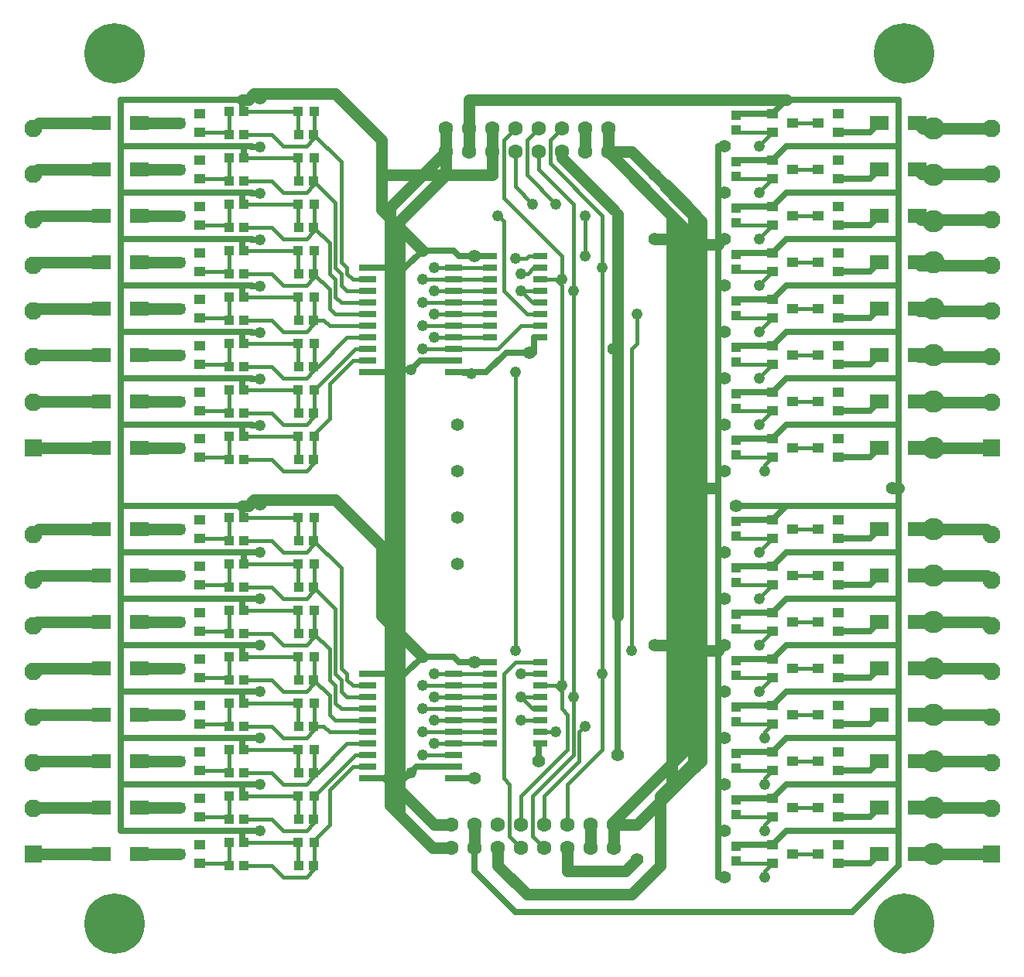
<source format=gbr>
G04 Easy-PC Gerber Version 25.0 Build 5877*
G04 #@! TF.Part,Single*
G04 #@! TF.FileFunction,Copper,L2,Bot*
G04 #@! TF.FilePolarity,Positive*
%FSLAX35Y35*%
%MOIN*%
G04 #@! TA.AperFunction,SMDPad,CuDef*
%ADD73R,0.04000X0.04400*%
G04 #@! TA.AperFunction,ComponentPad*
%ADD74R,0.07677X0.07677*%
G04 #@! TD.AperFunction*
%ADD23C,0.01500*%
%ADD25C,0.02500*%
G04 #@! TA.AperFunction,ViaPad*
%ADD24C,0.04800*%
G04 #@! TD.AperFunction*
%ADD26C,0.05000*%
G04 #@! TA.AperFunction,ComponentPad*
%ADD107C,0.05500*%
G04 #@! TA.AperFunction,ViaPad*
%ADD27C,0.05600*%
G04 #@! TD.AperFunction*
%ADD113C,0.06000*%
G04 #@! TA.AperFunction,ComponentPad*
%ADD76C,0.06319*%
G04 #@! TA.AperFunction,SMDPad,CuDef*
%ADD105R,0.06102X0.02756*%
%ADD88R,0.07677X0.02756*%
%ADD91R,0.04291X0.03937*%
%ADD89R,0.04400X0.04000*%
%ADD72R,0.04800X0.04000*%
G04 #@! TA.AperFunction,ComponentPad*
%ADD75C,0.07677*%
G04 #@! TA.AperFunction,SMDPad,CuDef*
%ADD90R,0.07874X0.06102*%
G04 #@! TA.AperFunction,WasherPad*
%ADD104C,0.09600*%
%ADD102C,0.26000*%
G04 #@! TD.AperFunction*
X0Y0D02*
D02*
D23*
X127050Y46250D02*
X138600D01*
X139600Y45250D01*
X127050Y66250D02*
X138600D01*
X139600Y65250D01*
X127050Y86250D02*
X138600D01*
X139600Y85250D01*
X127050Y106250D02*
X138600D01*
X139600Y105250D01*
X127050Y126250D02*
X138600D01*
X139600Y125250D01*
X127050Y146250D02*
X138600D01*
X139600Y145250D01*
X127050Y166250D02*
X138600D01*
X139600Y165250D01*
X127050Y186250D02*
X138600D01*
X139600Y185250D01*
X127050Y221250D02*
X138600D01*
X139600Y220250D01*
X127050Y241250D02*
X138600D01*
X139600Y240250D01*
X127050Y261250D02*
X138600D01*
X139600Y260250D01*
X127050Y281250D02*
X138600D01*
X139600Y280250D01*
X127050Y301250D02*
X138600D01*
X139600Y300250D01*
X127050Y321250D02*
X138600D01*
X139600Y320250D01*
X127050Y341250D02*
X138600D01*
X139600Y340250D01*
X127050Y361250D02*
X138600D01*
X139600Y360250D01*
Y45250D02*
Y55250D01*
Y65250D02*
Y75250D01*
Y85250D02*
Y95250D01*
Y105250D02*
Y115250D01*
Y125250D02*
Y135250D01*
Y145250D02*
Y155250D01*
Y165250D02*
Y175250D01*
Y185250D02*
Y195250D01*
Y220250D02*
Y230250D01*
Y240250D02*
Y250250D01*
Y260250D02*
Y270250D01*
Y280250D02*
Y290250D01*
Y300250D02*
Y310250D01*
Y320250D02*
Y330250D01*
Y340250D02*
Y350250D01*
Y360250D02*
Y370250D01*
X145900Y55250D02*
X169250D01*
X145900Y75250D02*
X169250D01*
X145900Y95250D02*
X169250D01*
X145900Y115250D02*
X169250D01*
X145900Y135250D02*
X169250D01*
X145900Y155250D02*
X169250D01*
X145900Y175250D02*
X169250D01*
X145900Y195250D02*
X169250D01*
X145900Y230250D02*
X169250D01*
X145900Y250250D02*
X169250D01*
X145900Y270250D02*
X169250D01*
X145900Y290250D02*
X169250D01*
X145900Y310250D02*
X169250D01*
X145900Y330250D02*
X169250D01*
X145900Y350250D02*
X169250D01*
X145900Y370250D02*
X169250D01*
Y55250D02*
Y45600D01*
X169600Y45250D01*
X169250Y75250D02*
Y65600D01*
X169600Y65250D01*
X169250Y95250D02*
Y85600D01*
X169600Y85250D01*
X169250Y115250D02*
Y105600D01*
X169600Y105250D01*
X169250Y125600D02*
X169600Y125250D01*
X169250Y135250D02*
Y125600D01*
Y155250D02*
Y145600D01*
X169600Y145250D01*
X169250Y175250D02*
Y165600D01*
X169600Y165250D01*
X169250Y195250D02*
Y185600D01*
X169600Y185250D01*
X169250Y230250D02*
Y220600D01*
X169600Y220250D01*
X169250Y250250D02*
Y240600D01*
X169600Y240250D01*
X169250Y270250D02*
Y260600D01*
X169600Y260250D01*
X169250Y290250D02*
Y280600D01*
X169600Y280250D01*
X169250Y300600D02*
X169600Y300250D01*
X169250Y310250D02*
Y300600D01*
Y330250D02*
Y320600D01*
X169600Y320250D01*
X169250Y350250D02*
Y340600D01*
X169600Y340250D01*
X169250Y370250D02*
Y360600D01*
X169600Y360250D01*
Y125250D02*
X169250Y125600D01*
X169600Y300250D02*
X169250Y300600D01*
X175900Y45250D02*
Y43400D01*
X172750Y40250D01*
X162750D01*
X157750Y45250D01*
X145900D01*
X175900Y65250D02*
Y63400D01*
X172750Y60250D01*
X162750D01*
X157750Y65250D01*
X145900D01*
X175900Y85250D02*
Y83400D01*
X172750Y80250D01*
X162750D01*
X157750Y85250D01*
X145900D01*
X175900Y105250D02*
Y103400D01*
X172750Y100250D01*
X162750D01*
X157750Y105250D01*
X145900D01*
X175900Y125250D02*
Y123400D01*
X172750Y120250D01*
X162750D01*
X157750Y125250D01*
X145900D01*
X175900Y145250D02*
Y143400D01*
X172750Y140250D01*
X162750D01*
X157750Y145250D01*
X145900D01*
X175900Y165250D02*
Y163400D01*
X172750Y160250D01*
X162750D01*
X157750Y165250D01*
X145900D01*
X175900Y185250D02*
Y183400D01*
X172750Y180250D01*
X162750D01*
X157750Y185250D01*
X145900D01*
X175900Y220250D02*
Y218400D01*
X172750Y215250D01*
X162750D01*
X157750Y220250D01*
X145900D01*
X175900Y240250D02*
Y238400D01*
X172750Y235250D01*
X162750D01*
X157750Y240250D01*
X145900D01*
X175900Y260250D02*
Y258400D01*
X172750Y255250D01*
X162750D01*
X157750Y260250D01*
X145900D01*
X175900Y280250D02*
Y278400D01*
X172750Y275250D01*
X162750D01*
X157750Y280250D01*
X145900D01*
X175900Y300250D02*
Y298400D01*
X172750Y295250D01*
X162750D01*
X157750Y300250D01*
X145900D01*
X175900Y320250D02*
Y318400D01*
X172750Y315250D01*
X162750D01*
X157750Y320250D01*
X145900D01*
X175900Y340250D02*
Y338400D01*
X172750Y335250D01*
X162750D01*
X157750Y340250D01*
X145900D01*
X175900Y360250D02*
Y358400D01*
X172750Y355250D01*
X162750D01*
X157750Y360250D01*
X145900D01*
X176250Y55250D02*
Y45600D01*
X175900Y45250D01*
X176250Y75250D02*
Y65600D01*
X175900Y65250D01*
X176250Y95250D02*
Y85600D01*
X175900Y85250D01*
X176250Y115250D02*
Y105600D01*
X175900Y105250D01*
X176250Y135250D02*
Y125600D01*
X175900Y125250D01*
X176250Y155250D02*
Y145600D01*
X175900Y145250D01*
X176250Y175250D02*
Y165600D01*
X175900Y165250D01*
X176250Y195250D02*
Y185600D01*
X175900Y185250D01*
X176250Y230250D02*
Y220600D01*
X175900Y220250D01*
X176250Y250250D02*
Y240600D01*
X175900Y240250D01*
X176250Y270250D02*
Y260600D01*
X175900Y260250D01*
X176250Y290250D02*
Y280600D01*
X175900Y280250D01*
X176250Y310250D02*
Y300600D01*
X175900Y300250D01*
X176250Y330250D02*
Y320600D01*
X175900Y320250D01*
X176250Y350250D02*
Y340600D01*
X175900Y340250D01*
X176250Y370250D02*
Y360600D01*
X175900Y360250D01*
X199148Y87750D02*
X192750D01*
X182750Y77750D01*
Y62750D01*
X176250Y56250D01*
Y55250D01*
X199148Y92750D02*
X193750D01*
X176250Y75250D01*
X199148Y97750D02*
X190250D01*
X177750Y85250D01*
X175900D01*
X199148Y102750D02*
X182750D01*
X180250Y105250D01*
X175900D01*
X199148Y107750D02*
X185250D01*
X182750Y110250D01*
Y118400D01*
X175900Y125250D01*
X199148Y112750D02*
X187750D01*
X185250Y115250D01*
Y122750D01*
X182750Y125250D01*
Y138400D01*
X175900Y145250D01*
X199148Y117750D02*
X190250D01*
X187750Y120250D01*
Y125250D01*
X185250Y127750D01*
Y155900D01*
X175900Y165250D01*
X199148Y122750D02*
X192750D01*
X190250Y125250D01*
Y127750D01*
X187750Y130250D01*
Y173400D01*
X175900Y185250D01*
X199148Y262750D02*
X192750D01*
X182750Y252750D01*
Y237750D01*
X176250Y231250D01*
Y230250D01*
X199148Y267750D02*
X193750D01*
X176250Y250250D01*
X199148Y272750D02*
X190250D01*
X177750Y260250D01*
X175900D01*
X199148Y277750D02*
X182750D01*
X180250Y280250D01*
X175900D01*
X199148Y282750D02*
X185250D01*
X182750Y285250D01*
Y293400D01*
X175900Y300250D01*
X199148Y287750D02*
X187750D01*
X185250Y290250D01*
Y297750D01*
X182750Y300250D01*
Y313400D01*
X175900Y320250D01*
X199148Y292750D02*
X190250D01*
X187750Y295250D01*
Y300250D01*
X185250Y302750D01*
Y330900D01*
X175900Y340250D01*
X199148Y297750D02*
X192750D01*
X190250Y300250D01*
Y302750D01*
X187750Y305250D01*
Y348400D01*
X175900Y360250D01*
X236352Y92750D02*
X222750D01*
X236352Y97750D02*
X227750D01*
X236352D02*
X252022D01*
X236352Y102750D02*
X222750D01*
X236352D02*
X252022D01*
X236352Y107750D02*
X227750D01*
X236352D02*
X252022D01*
X236352Y112750D02*
X222750D01*
X236352D02*
X252022D01*
X236352Y117750D02*
X227750D01*
X236352D02*
X252022D01*
X236352Y122750D02*
X222750D01*
X236352D02*
X252022D01*
X236352Y127750D02*
X227750D01*
X236352D02*
X252022D01*
X236352Y267750D02*
X222750D01*
X236352Y272750D02*
X227750D01*
X236352D02*
X252022D01*
X236352Y277750D02*
X222750D01*
X236352D02*
X252022D01*
X236352Y282750D02*
X227750D01*
X236352D02*
X252022D01*
X236352Y287750D02*
X222750D01*
X236352D02*
X252022D01*
X236352Y292750D02*
X227750D01*
X236352D02*
X252022D01*
X236352Y297750D02*
X222750D01*
X236352D02*
X252022D01*
X236352Y302750D02*
X227750D01*
X236352D02*
X252022D01*
X243750Y257250D02*
X240250D01*
Y257750D01*
X236352D01*
X262750Y137750D02*
Y257750D01*
Y306750D02*
X267614D01*
X268614Y307750D01*
X273478D01*
X262750Y352750D02*
Y337750D01*
X270250Y330250D01*
X265250Y62750D02*
Y75250D01*
X285250Y95250D01*
Y110250D01*
X282750Y112750D01*
Y120250D01*
X265250Y117750D02*
X270250Y112750D01*
X273478D01*
X265250Y117750D02*
X273478D01*
X265250Y127750D02*
X273478D01*
X265250Y292750D02*
X270250Y287750D01*
X273478D01*
X265250Y292750D02*
X273478D01*
X265250Y300250D02*
X268114D01*
X270614Y302750D01*
X273478D01*
X272750Y362750D02*
X267750Y357750D01*
Y342750D01*
X280250Y330250D01*
X273478Y102750D02*
X280250D01*
X273478Y107750D02*
X265250D01*
X273478Y132750D02*
X262750D01*
X257750Y127750D01*
Y82750D01*
X260250Y80250D01*
Y57750D01*
X265250Y52750D01*
X273478Y277750D02*
X265250D01*
X255250Y267750D01*
X236352D01*
X273478Y282750D02*
X267750D01*
X257750Y292750D01*
Y322750D01*
X255250Y325250D01*
X275250Y52750D02*
X270250Y57750D01*
Y75250D01*
X287750Y92750D01*
Y117750D01*
X275250Y62750D02*
Y75250D01*
X290250Y90250D01*
Y102750D01*
X292750Y105250D01*
X282750Y120250D02*
Y295250D01*
X280250Y297750D01*
X273478D01*
X282750Y120250D02*
X280250Y122750D01*
X273478D01*
X282750D02*
X273478D01*
X282750Y297750D02*
Y307750D01*
X257750Y332750D01*
Y357750D01*
X262750Y362750D01*
X282750Y297750D02*
X273478D01*
X282750Y362750D02*
X277750Y357750D01*
Y347750D01*
X300250Y325250D01*
Y302750D01*
X285250Y62750D02*
Y80250D01*
X300250Y95250D01*
Y127750D01*
X287750Y117750D02*
Y292750D01*
Y330250D01*
X272750Y345250D01*
Y352750D01*
X292750Y307750D02*
Y325250D01*
X300250Y127750D02*
Y302750D01*
X312750Y137750D02*
Y267750D01*
X315250Y270250D01*
Y282750D01*
X367750Y120250D02*
Y120550D01*
X373450Y126250D01*
X367750Y140250D02*
Y140550D01*
X373450Y146250D01*
X367750Y160250D02*
Y160550D01*
X373450Y166250D01*
X367750Y180250D02*
Y180550D01*
X373450Y186250D01*
X367750Y235250D02*
Y235550D01*
X373450Y241250D01*
X367750Y255250D02*
Y255550D01*
X373450Y261250D01*
X367750Y275250D02*
Y275550D01*
X373450Y281250D01*
X367750Y295250D02*
Y295550D01*
X373450Y301250D01*
X367750Y315250D02*
Y315550D01*
X373450Y321250D01*
X367750Y335250D02*
Y335550D01*
X373450Y341250D01*
X367750Y355250D02*
Y355550D01*
X373450Y361250D01*
X370250Y40250D02*
Y43050D01*
X373450Y46250D01*
X370250Y60250D02*
Y63050D01*
X373450Y66250D01*
X370250Y80250D02*
Y83050D01*
X373450Y86250D01*
X370250Y100250D02*
Y103050D01*
X373450Y106250D01*
X370250Y215250D02*
Y218050D01*
X373450Y221250D01*
Y46250D02*
X358600D01*
X357750Y47100D01*
X373450Y66250D02*
X358600D01*
X357750Y67100D01*
X373450Y86250D02*
X358600D01*
X357750Y87100D01*
X373450Y106250D02*
X358600D01*
X357750Y107100D01*
X373450Y126250D02*
X358600D01*
X357750Y127100D01*
X373450Y146250D02*
X358600D01*
X357750Y147100D01*
X373450Y166250D02*
X358600D01*
X357750Y167100D01*
X373450Y186250D02*
X358600D01*
X357750Y187100D01*
X373450Y221250D02*
X358600D01*
X357750Y222100D01*
X373450Y241250D02*
X358600D01*
X357750Y242100D01*
X373450Y261250D02*
X358600D01*
X357750Y262100D01*
X373450Y281250D02*
X358600D01*
X357750Y282100D01*
X373450Y301250D02*
X358600D01*
X357750Y302100D01*
X373450Y321250D02*
X358600D01*
X357750Y322100D01*
X373450Y341250D02*
X358600D01*
X357750Y342100D01*
X373450Y361250D02*
X358600D01*
X357750Y362100D01*
X382150Y50250D02*
X393350D01*
X382150Y70250D02*
X393350D01*
X382150Y90250D02*
X393350D01*
X382150Y110250D02*
X393350D01*
X382150Y130250D02*
X393350D01*
X382150Y150250D02*
X393350D01*
X382150Y170250D02*
X393350D01*
X382150Y190250D02*
X393350D01*
X382150Y225250D02*
X393350D01*
X382150Y245250D02*
X393350D01*
X382150Y265250D02*
X393350D01*
X382150Y285250D02*
X393350D01*
X382150Y305250D02*
X393350D01*
X382150Y325250D02*
X393350D01*
X382150Y345250D02*
X393350D01*
X382150Y365250D02*
X393350D01*
D02*
D24*
X152750Y60250D03*
Y80250D03*
Y100250D03*
Y120250D03*
Y140250D03*
Y160250D03*
Y180250D03*
Y234750D03*
Y254750D03*
Y274750D03*
Y294750D03*
Y314750D03*
Y334750D03*
Y354750D03*
X217750Y85250D03*
Y258750D03*
X222750Y92750D03*
Y102750D03*
Y112750D03*
Y122750D03*
Y267750D03*
Y277750D03*
Y287750D03*
Y297750D03*
X227750Y97750D03*
Y107750D03*
Y117750D03*
Y127750D03*
Y272750D03*
Y282750D03*
Y292750D03*
Y302750D03*
X243750Y257250D03*
X255250Y325250D03*
X262750Y137750D03*
Y257750D03*
Y306750D03*
X265250Y107750D03*
Y117750D03*
Y127750D03*
Y292750D03*
Y300250D03*
X270250Y330250D03*
X280250Y102750D03*
Y330250D03*
X282750Y122750D03*
Y297750D03*
X287750Y117750D03*
Y292750D03*
X292750Y105250D03*
Y307750D03*
Y325250D03*
X300250Y127750D03*
Y302750D03*
X305250Y327750D03*
X307022Y152750D03*
X312750Y137750D03*
X315250Y282750D03*
X347750Y207750D03*
X367750Y120250D03*
Y140250D03*
Y160250D03*
Y180250D03*
Y235250D03*
Y255250D03*
Y275250D03*
Y295250D03*
Y315250D03*
Y335250D03*
Y355250D03*
X370250Y40250D03*
Y60250D03*
Y80250D03*
Y100250D03*
Y215250D03*
D02*
D25*
X92750Y80250D02*
Y60250D01*
X145250D01*
X92750Y80250D02*
X145250D01*
X92750Y100250D02*
Y80250D01*
Y100250D02*
X145250D01*
X92750Y120250D02*
Y100250D01*
Y120250D02*
X145250D01*
X92750Y142750D02*
Y120250D01*
Y142750D02*
Y140250D01*
X145250D01*
X92750Y160250D02*
Y142750D01*
Y160250D02*
X145250D01*
X92750Y180250D02*
Y200250D01*
Y180250D02*
Y160250D01*
Y200250D02*
X145250D01*
X92750Y235250D02*
Y200250D01*
Y235250D02*
X145250D01*
X92750Y255250D02*
Y235250D01*
Y255250D02*
X145250D01*
X92750Y275250D02*
Y255250D01*
Y275250D02*
X145250D01*
X92750Y295250D02*
Y275250D01*
Y295250D02*
X145250D01*
X92750Y317750D02*
Y295250D01*
Y317750D02*
Y315250D01*
X145250D01*
X92750Y335250D02*
Y317750D01*
Y335250D02*
X145250D01*
X92750Y355250D02*
Y375250D01*
X145250D01*
X92750Y355250D02*
Y335250D01*
X145250Y60250D02*
Y55900D01*
X145900Y55250D01*
X145250Y80250D02*
Y75900D01*
X145900Y75250D01*
X145250Y100250D02*
Y95900D01*
X145900Y95250D01*
X145250Y120250D02*
Y115900D01*
X145900Y115250D01*
X145250Y140250D02*
Y135900D01*
X145900Y135250D01*
X145250Y160250D02*
Y155900D01*
X145900Y155250D01*
X145250Y200250D02*
Y195900D01*
X145900Y195250D01*
X145250Y235250D02*
Y230900D01*
X145900Y230250D01*
X145250Y255250D02*
Y250900D01*
X145900Y250250D01*
X145250Y275250D02*
Y270900D01*
X145900Y270250D01*
X145250Y295250D02*
Y290900D01*
X145900Y290250D01*
X145250Y315250D02*
Y310900D01*
X145900Y310250D01*
X145250Y335250D02*
Y330900D01*
X145900Y330250D01*
X145250Y375250D02*
Y370900D01*
X145900Y370250D01*
Y175250D02*
Y180250D01*
X92750D01*
X145900Y350250D02*
Y355250D01*
X92750D01*
X152750Y60250D02*
X145250D01*
X152750Y80250D02*
X145250D01*
X152750Y100250D02*
X145250D01*
X152750Y120250D02*
X145250D01*
X152750Y140250D02*
X145250D01*
X152750Y160250D02*
X145250D01*
X152750Y180250D02*
X145900D01*
X152750Y200750D02*
X149250D01*
Y200250D01*
X145250D01*
X152750Y234750D02*
X149250D01*
Y235250D01*
X145250D01*
X152750Y254750D02*
X149250D01*
Y255250D01*
X145250D01*
X152750Y274750D02*
X149250D01*
Y275250D01*
X145250D01*
X152750Y294750D02*
X149250D01*
Y295250D01*
X145250D01*
X152750Y314750D02*
X149250D01*
Y315250D01*
X145250D01*
X152750Y334750D02*
X149250D01*
Y335250D01*
X145250D01*
X152750Y354750D02*
X149250D01*
Y355250D01*
X145900D01*
X152750Y375750D02*
X149250D01*
Y375250D01*
X145250D01*
X199148Y82750D02*
X207750D01*
X199148Y257750D02*
X207750D01*
Y82750D02*
X215250D01*
X217750Y85250D01*
X207750Y127750D02*
Y82750D01*
Y127750D02*
X199148D01*
X207750Y257750D02*
Y258750D01*
X217750D01*
X207750Y302750D02*
Y257750D01*
Y302750D02*
X199148D01*
X217750Y85250D02*
X220250Y87750D01*
X236352D01*
X217750Y258750D02*
X221750Y262750D01*
X236352D01*
X222750Y135250D02*
X215250Y127750D01*
X207750D01*
X222750Y310250D02*
X215250Y302750D01*
X207750D01*
X236352Y82750D02*
X245250D01*
X236352Y257750D02*
X250250D01*
X258750Y266250D01*
X268750D01*
X245250Y132750D02*
X238636D01*
X236136Y135250D01*
X222750D01*
X245250Y307750D02*
X238636D01*
X236136Y310250D01*
X222750D01*
X252022Y132750D02*
X245250D01*
X252022Y307750D02*
X245250D01*
X268750Y266250D02*
X270750D01*
Y272750D01*
X273478D01*
X272750Y90250D02*
Y97750D01*
X273478D01*
X305250Y267750D02*
Y267022D01*
X307022Y265250D01*
Y92750D02*
Y152750D01*
Y325978D02*
X305250Y327750D01*
X350250Y55250D02*
Y80250D01*
Y55250D02*
Y60250D01*
X352750D01*
X350250Y80250D02*
Y100250D01*
Y80250D02*
X352750D01*
X350250Y100250D02*
Y120250D01*
Y100250D02*
X352750D01*
X350250Y120250D02*
Y137750D01*
Y120250D02*
X352750D01*
X350250Y137750D02*
Y140250D01*
Y160250D01*
Y140250D02*
X352750D01*
X350250Y160250D02*
Y180250D01*
Y160250D02*
X352750D01*
X350250Y180250D02*
X352750D01*
X350250Y215250D02*
Y180250D01*
Y215250D02*
Y230250D01*
Y255250D01*
Y230250D02*
Y235250D01*
X352750D01*
X350250Y255250D02*
Y275250D01*
Y255250D02*
X352750D01*
X350250Y275250D02*
Y295250D01*
Y275250D02*
X352750D01*
X350250Y295250D02*
Y312750D01*
Y295250D02*
X352750D01*
X350250Y312750D02*
Y315250D01*
Y335250D01*
Y315250D02*
X352750D01*
X350250Y335250D02*
Y355250D01*
X352750D01*
X350250Y335250D02*
X352750D01*
Y40250D02*
X350250D01*
Y55250D01*
X352750Y215250D02*
X350250D01*
X373450Y54250D02*
X358600D01*
X357750Y53400D01*
X373450Y74250D02*
X358600D01*
X357750Y73400D01*
X373450Y94250D02*
X358600D01*
X357750Y93400D01*
X373450Y114250D02*
X358600D01*
X357750Y113400D01*
X373450Y134250D02*
X358600D01*
X357750Y133400D01*
X373450Y154250D02*
X358600D01*
X357750Y153400D01*
X373450Y174250D02*
X358600D01*
X357750Y173400D01*
X373450Y194250D02*
X379450Y200250D01*
X373450Y194250D02*
X358600D01*
X357750Y193400D01*
X373450Y229250D02*
X358600D01*
X357750Y228400D01*
X373450Y249250D02*
X358600D01*
X357750Y248400D01*
X373450Y269250D02*
X358600D01*
X357750Y268400D01*
X373450Y289250D02*
X358600D01*
X357750Y288400D01*
X373450Y309250D02*
X358600D01*
X357750Y308400D01*
X373450Y329250D02*
X358600D01*
X357750Y328400D01*
X373450Y349250D02*
X358600D01*
X357750Y348400D01*
X373450Y369250D02*
X379450Y375250D01*
X373450Y369250D02*
X358600D01*
X357750Y368400D01*
X379450Y200250D02*
X357750D01*
X379450D02*
X427750D01*
X379450Y375250D02*
X427750D01*
Y355250D01*
X402050Y46250D02*
X415482D01*
X419482Y50250D01*
X402050Y66250D02*
X415482D01*
X419482Y70250D01*
X402050Y86250D02*
X415482D01*
X419482Y90250D01*
X402050Y106250D02*
X415482D01*
X419482Y110250D01*
X402050Y126250D02*
X415482D01*
X419482Y130250D01*
X402050Y146250D02*
X415482D01*
X419482Y150250D01*
X402050Y166250D02*
X415482D01*
X419482Y170250D01*
X402050Y186250D02*
X415482D01*
X419482Y190250D01*
X402050Y221250D02*
X415482D01*
X419482Y225250D01*
X402050Y241250D02*
X415482D01*
X419482Y245250D01*
X402050Y261250D02*
X415482D01*
X419482Y265250D01*
X402050Y281250D02*
X415482D01*
X419482Y285250D01*
X402050Y301250D02*
X415482D01*
X419482Y305250D01*
X402050Y321250D02*
X415482D01*
X419482Y325250D01*
X402050Y341250D02*
X415482D01*
X419482Y345250D01*
X402050Y361250D02*
X415482D01*
X419482Y365250D01*
X427750Y60250D02*
Y45250D01*
X407750Y25250D01*
X262750D01*
X245250Y42750D01*
Y52750D01*
X427750Y60250D02*
X379450D01*
X373450Y54250D01*
X427750Y80250D02*
Y60250D01*
Y80250D02*
X379450D01*
X373450Y74250D01*
X427750Y100250D02*
Y80250D01*
Y100250D02*
X379450D01*
X373450Y94250D01*
X427750Y120250D02*
Y100250D01*
Y120250D02*
X379450D01*
X373450Y114250D01*
X427750Y140250D02*
Y120250D01*
Y140250D02*
X379450D01*
X373450Y134250D01*
X427750Y160250D02*
Y140250D01*
Y160250D02*
X379450D01*
X373450Y154250D01*
X427750Y180250D02*
Y160250D01*
Y180250D02*
X379450D01*
X373450Y174250D01*
X427750Y200250D02*
Y180250D01*
Y207750D02*
Y200250D01*
Y235250D02*
Y207750D01*
Y235250D02*
X379450D01*
X373450Y229250D01*
X427750Y255250D02*
Y235250D01*
Y255250D02*
X379450D01*
X373450Y249250D01*
X427750Y275250D02*
Y255250D01*
Y275250D02*
X379450D01*
X373450Y269250D01*
X427750Y295250D02*
Y275250D01*
Y295250D02*
X379450D01*
X373450Y289250D01*
X427750Y315250D02*
Y295250D01*
Y315250D02*
X379450D01*
X373450Y309250D01*
X427750Y335250D02*
Y315250D01*
Y335250D02*
X379450D01*
X373450Y329250D01*
X427750Y355250D02*
Y335250D01*
Y355250D02*
X379450D01*
X373450Y349250D01*
D02*
D26*
X84482Y50250D02*
X55250D01*
X84482Y70250D02*
X55565D01*
X55250Y69935D01*
X84482Y90250D02*
X55880D01*
X55250Y89620D01*
X84482Y110250D02*
X56195D01*
X55250Y109305D01*
X84482Y130250D02*
X56510D01*
X55250Y128990D01*
X84482Y150250D02*
X56825D01*
X55250Y148675D01*
X84482Y170250D02*
X57140D01*
X55250Y168360D01*
X84482Y190250D02*
X57455D01*
X55250Y188045D01*
X84482Y225250D02*
X55250D01*
X84482Y245250D02*
X55565D01*
X55250Y244935D01*
X84482Y265250D02*
X55880D01*
X55250Y264620D01*
X84482Y285250D02*
X56195D01*
X55250Y284305D01*
X84482Y305250D02*
X56510D01*
X55250Y303990D01*
X84482Y325250D02*
X56825D01*
X55250Y323675D01*
X84482Y345250D02*
X57140D01*
X55250Y343360D01*
X84482Y365250D02*
X57455D01*
X55250Y363045D01*
X101018Y50250D02*
X118350D01*
X101018Y70250D02*
X118350D01*
X101018Y90250D02*
X118350D01*
X101018Y110250D02*
X118350D01*
X101018Y130250D02*
X118350D01*
X101018Y150250D02*
X118350D01*
X101018Y170250D02*
X118350D01*
X101018Y190250D02*
X118350D01*
X101018Y225250D02*
X118350D01*
X101018Y245250D02*
X118350D01*
X101018Y265250D02*
X118350D01*
X101018Y285250D02*
X118350D01*
X101018Y305250D02*
X118350D01*
X101018Y325250D02*
X118350D01*
X101018Y345250D02*
X118350D01*
X101018Y365250D02*
X118350D01*
X145250Y200250D02*
X147750D01*
X150250Y202750D01*
X185250D01*
X205250Y182750D01*
Y152750D01*
X212750Y145250D01*
X145250Y375250D02*
X147750D01*
X150250Y377750D01*
X185250D01*
X205250Y357750D01*
Y342750D01*
Y327750D01*
X222750Y310250D01*
X212500Y67500D02*
X208750Y71250D01*
Y328750D01*
X232750Y352750D01*
X212750Y145250D02*
Y322750D01*
X232750Y342750D01*
X212750Y145250D02*
Y67750D01*
X212500Y67500D01*
X212750Y145250D02*
X222750Y135250D01*
X232750Y342750D02*
X205250D01*
X232750D02*
Y352750D01*
Y362750D02*
Y352750D01*
X235250Y52750D02*
X227250D01*
X212500Y67500D01*
X235250Y62750D02*
X227750D01*
X207750Y82750D01*
X245250Y62750D02*
Y52750D01*
X252750Y342750D02*
X232750D01*
X252750Y352750D02*
Y342750D01*
Y362750D02*
Y352750D01*
X255250Y52750D02*
Y45250D01*
X267750Y32750D01*
X312750D01*
X325250Y45250D01*
Y75250D01*
X342750Y92750D01*
X285250Y52750D02*
Y42750D01*
X310250D01*
X315250Y47750D01*
X292750Y362750D02*
Y352750D01*
X295250Y52750D02*
Y62750D01*
X302750Y352750D02*
X312750D01*
X322750Y342750D01*
X302750Y362750D02*
Y352750D01*
X305250Y62750D02*
Y64250D01*
X335250Y94250D01*
Y320250D01*
X330250Y325250D01*
X305250Y62750D02*
Y52750D01*
Y327750D02*
X282750Y350250D01*
Y352750D01*
X307022Y152750D02*
Y265250D01*
Y325978D01*
X322750Y342750D02*
X327750Y337750D01*
X325250Y72750D02*
X315250Y62750D01*
X305250D01*
X327750Y337750D02*
X342750Y322750D01*
Y207750D01*
X330250Y325250D02*
Y77750D01*
X325250Y72750D01*
X330250Y325250D02*
X302750Y352750D01*
X340250Y87750D02*
X325250Y72750D01*
X342750Y92750D02*
Y90250D01*
X340250Y87750D01*
X342750Y207750D02*
Y92750D01*
X347750Y207750D02*
X342750D01*
X350250Y137750D02*
X337750D01*
Y140250D01*
X322750D01*
X350250Y312750D02*
X337250D01*
Y315250D01*
X322750D01*
X379450Y375250D02*
X242750D01*
Y352750D01*
X425250Y207750D02*
X427750D01*
X442750Y50250D02*
X467750D01*
X442750Y70250D02*
X467435D01*
X467750Y69935D01*
X442750Y90250D02*
X467120D01*
X467750Y89620D01*
X442750Y110250D02*
X466805D01*
X467750Y109305D01*
X442750Y130250D02*
X466490D01*
X467750Y128990D01*
X442750Y150250D02*
X466175D01*
X467750Y148675D01*
X442750Y170250D02*
X465860D01*
X467750Y168360D01*
X442750Y190250D02*
X465545D01*
X467750Y188045D01*
Y225250D02*
X436018D01*
X467750Y244935D02*
X436333D01*
X436018Y245250D01*
X467750Y264620D02*
X436648D01*
X436018Y265250D01*
X467750Y284305D02*
X436963D01*
X436018Y285250D01*
X467750Y303990D02*
X437278D01*
X436018Y305250D01*
X467750Y323675D02*
X437593D01*
X436018Y325250D01*
X467750Y343360D02*
X437907D01*
X436018Y345250D01*
X467750Y363045D02*
X438222D01*
X436018Y365250D01*
D02*
D27*
X152750Y200750D03*
Y375750D03*
X245250Y82750D03*
Y132750D03*
Y307750D03*
X252750Y342750D03*
X268750Y266250D03*
X272750Y90250D03*
X305250Y267750D03*
X307022Y92750D03*
X315250Y47750D03*
X322750Y140250D03*
Y315250D03*
Y342750D03*
X352750Y40250D03*
Y60250D03*
Y80250D03*
Y100250D03*
Y120250D03*
Y140250D03*
Y160250D03*
Y180250D03*
Y215250D03*
Y235250D03*
Y255250D03*
Y275250D03*
Y295250D03*
Y315250D03*
Y335250D03*
Y355250D03*
X357750Y200250D03*
X425250Y207750D03*
D02*
D72*
X118350Y50250D03*
Y70250D03*
Y90250D03*
Y110250D03*
Y130250D03*
Y150250D03*
Y170250D03*
Y190250D03*
Y225250D03*
Y245250D03*
Y265250D03*
Y285250D03*
Y305250D03*
Y325250D03*
Y345250D03*
Y365250D03*
X127050Y46250D03*
Y54250D03*
Y66250D03*
Y74250D03*
Y86250D03*
Y94250D03*
Y106250D03*
Y114250D03*
Y126250D03*
Y134250D03*
Y146250D03*
Y154250D03*
Y166250D03*
Y174250D03*
Y186250D03*
Y194250D03*
Y221250D03*
Y229250D03*
Y241250D03*
Y249250D03*
Y261250D03*
Y269250D03*
Y281250D03*
Y289250D03*
Y301250D03*
Y309250D03*
Y321250D03*
Y329250D03*
Y341250D03*
Y349250D03*
Y361250D03*
Y369250D03*
X373450Y46250D03*
Y54250D03*
Y66250D03*
Y74250D03*
Y86250D03*
Y94250D03*
Y106250D03*
Y114250D03*
Y126250D03*
Y134250D03*
Y146250D03*
Y154250D03*
Y166250D03*
Y174250D03*
Y186250D03*
Y194250D03*
Y221250D03*
Y229250D03*
Y241250D03*
Y249250D03*
Y261250D03*
Y269250D03*
Y281250D03*
Y289250D03*
Y301250D03*
Y309250D03*
Y321250D03*
Y329250D03*
Y341250D03*
Y349250D03*
Y361250D03*
Y369250D03*
X382150Y50250D03*
Y70250D03*
Y90250D03*
Y110250D03*
Y130250D03*
Y150250D03*
Y170250D03*
Y190250D03*
Y225250D03*
Y245250D03*
Y265250D03*
Y285250D03*
Y305250D03*
Y325250D03*
Y345250D03*
Y365250D03*
X393350Y50250D03*
Y70250D03*
Y90250D03*
Y110250D03*
Y130250D03*
Y150250D03*
Y170250D03*
Y190250D03*
Y225250D03*
Y245250D03*
Y265250D03*
Y285250D03*
Y305250D03*
Y325250D03*
Y345250D03*
Y365250D03*
X402050Y46250D03*
Y54250D03*
Y66250D03*
Y74250D03*
Y86250D03*
Y94250D03*
Y106250D03*
Y114250D03*
Y126250D03*
Y134250D03*
Y146250D03*
Y154250D03*
Y166250D03*
Y174250D03*
Y186250D03*
Y194250D03*
Y221250D03*
Y229250D03*
Y241250D03*
Y249250D03*
Y261250D03*
Y269250D03*
Y281250D03*
Y289250D03*
Y301250D03*
Y309250D03*
Y321250D03*
Y329250D03*
Y341250D03*
Y349250D03*
Y361250D03*
Y369250D03*
D02*
D73*
X139600Y45250D03*
Y55250D03*
Y65250D03*
Y75250D03*
Y85250D03*
Y95250D03*
Y105250D03*
Y115250D03*
Y125250D03*
Y135250D03*
Y145250D03*
Y155250D03*
Y165250D03*
Y175250D03*
Y185250D03*
Y195250D03*
Y220250D03*
Y230250D03*
Y240250D03*
Y250250D03*
Y260250D03*
Y270250D03*
Y280250D03*
Y290250D03*
Y300250D03*
Y310250D03*
Y320250D03*
Y330250D03*
Y340250D03*
Y350250D03*
Y360250D03*
Y370250D03*
X145900Y45250D03*
Y55250D03*
Y65250D03*
Y75250D03*
Y85250D03*
Y95250D03*
Y105250D03*
Y115250D03*
Y125250D03*
Y135250D03*
Y145250D03*
Y155250D03*
Y165250D03*
Y175250D03*
Y185250D03*
Y195250D03*
Y220250D03*
Y230250D03*
Y240250D03*
Y250250D03*
Y260250D03*
Y270250D03*
Y280250D03*
Y290250D03*
Y300250D03*
Y310250D03*
Y320250D03*
Y330250D03*
Y340250D03*
Y350250D03*
Y360250D03*
Y370250D03*
X169600Y45250D03*
Y65250D03*
Y85250D03*
Y105250D03*
Y125250D03*
Y145250D03*
Y165250D03*
Y185250D03*
Y220250D03*
Y240250D03*
Y260250D03*
Y280250D03*
Y300250D03*
Y320250D03*
Y340250D03*
Y360250D03*
X175900Y45250D03*
Y65250D03*
Y85250D03*
Y105250D03*
Y125250D03*
Y145250D03*
Y165250D03*
Y185250D03*
Y220250D03*
Y240250D03*
Y260250D03*
Y280250D03*
Y300250D03*
Y320250D03*
Y340250D03*
Y360250D03*
D02*
D74*
X55250Y50250D03*
Y225250D03*
X467750Y50250D03*
Y225250D03*
D02*
D75*
X55250Y69935D03*
Y89620D03*
Y109305D03*
Y128990D03*
Y148675D03*
Y168360D03*
Y188045D03*
Y244935D03*
Y264620D03*
Y284305D03*
Y303990D03*
Y323675D03*
Y343360D03*
Y363045D03*
X467750Y69935D03*
Y89620D03*
Y109305D03*
Y128990D03*
Y148675D03*
Y168360D03*
Y188045D03*
Y244935D03*
Y264620D03*
Y284305D03*
Y303990D03*
Y323675D03*
Y343360D03*
Y363045D03*
D02*
D76*
X232750Y352750D03*
Y362750D03*
X235250Y52750D03*
Y62750D03*
X242750Y352750D03*
Y362750D03*
X245250Y52750D03*
Y62750D03*
X252750Y352750D03*
Y362750D03*
X255250Y52750D03*
Y62750D03*
X262750Y352750D03*
Y362750D03*
X265250Y52750D03*
Y62750D03*
X272750Y352750D03*
Y362750D03*
X275250Y52750D03*
Y62750D03*
X282750Y352750D03*
Y362750D03*
X285250Y52750D03*
Y62750D03*
X292750Y352750D03*
Y362750D03*
X295250Y52750D03*
Y62750D03*
X302750Y352750D03*
Y362750D03*
X305250Y52750D03*
Y62750D03*
D02*
D88*
X199148Y82750D03*
Y87750D03*
Y92750D03*
Y97750D03*
Y102750D03*
Y107750D03*
Y112750D03*
Y117750D03*
Y122750D03*
Y127750D03*
Y257750D03*
Y262750D03*
Y267750D03*
Y272750D03*
Y277750D03*
Y282750D03*
Y287750D03*
Y292750D03*
Y297750D03*
Y302750D03*
X236352Y82750D03*
Y87750D03*
Y92750D03*
Y97750D03*
Y102750D03*
Y107750D03*
Y112750D03*
Y117750D03*
Y122750D03*
Y127750D03*
Y257750D03*
Y262750D03*
Y267750D03*
Y272750D03*
Y277750D03*
Y282750D03*
Y287750D03*
Y292750D03*
Y297750D03*
Y302750D03*
D02*
D89*
X357750Y47100D03*
Y53400D03*
Y67100D03*
Y73400D03*
Y87100D03*
Y93400D03*
Y107100D03*
Y113400D03*
Y127100D03*
Y133400D03*
Y147100D03*
Y153400D03*
Y167100D03*
Y173400D03*
Y187100D03*
Y193400D03*
Y222100D03*
Y228400D03*
Y242100D03*
Y248400D03*
Y262100D03*
Y268400D03*
Y282100D03*
Y288400D03*
Y302100D03*
Y308400D03*
Y322100D03*
Y328400D03*
Y342100D03*
Y348400D03*
Y362100D03*
Y368400D03*
D02*
D90*
X84482Y50250D03*
Y70250D03*
Y90250D03*
Y110250D03*
Y130250D03*
Y150250D03*
Y170250D03*
Y190250D03*
Y225250D03*
Y245250D03*
Y265250D03*
Y285250D03*
Y305250D03*
Y325250D03*
Y345250D03*
Y365250D03*
X101018Y50250D03*
Y70250D03*
Y90250D03*
Y110250D03*
Y130250D03*
Y150250D03*
Y170250D03*
Y190250D03*
Y225250D03*
Y245250D03*
Y265250D03*
Y285250D03*
Y305250D03*
Y325250D03*
Y345250D03*
Y365250D03*
X419482Y50250D03*
Y70250D03*
Y90250D03*
Y110250D03*
Y130250D03*
Y150250D03*
Y170250D03*
Y190250D03*
Y225250D03*
Y245250D03*
Y265250D03*
Y285250D03*
Y305250D03*
Y325250D03*
Y345250D03*
Y365250D03*
X436018Y50250D03*
Y70250D03*
Y90250D03*
Y110250D03*
Y130250D03*
Y150250D03*
Y170250D03*
Y190250D03*
Y225250D03*
Y245250D03*
Y265250D03*
Y285250D03*
Y305250D03*
Y325250D03*
Y345250D03*
Y365250D03*
D02*
D91*
X169250Y55250D03*
Y75250D03*
Y95250D03*
Y115250D03*
Y135250D03*
Y155250D03*
Y175250D03*
Y195250D03*
Y230250D03*
Y250250D03*
Y270250D03*
Y290250D03*
Y310250D03*
Y330250D03*
Y350250D03*
Y370250D03*
X176250Y55250D03*
Y75250D03*
Y95250D03*
Y115250D03*
Y135250D03*
Y155250D03*
Y175250D03*
Y195250D03*
Y230250D03*
Y250250D03*
Y270250D03*
Y290250D03*
Y310250D03*
Y330250D03*
Y350250D03*
Y370250D03*
D02*
D102*
X90250Y20250D03*
Y395250D03*
X430250Y20250D03*
Y395250D03*
D02*
D104*
X442750Y50250D03*
Y70250D03*
Y90250D03*
Y110250D03*
Y130250D03*
Y150250D03*
Y170250D03*
Y190250D03*
Y225250D03*
Y245250D03*
Y265250D03*
Y285250D03*
Y305250D03*
Y322750D03*
Y342750D03*
Y362750D03*
D02*
D105*
X252022Y97750D03*
Y102750D03*
Y107750D03*
Y112750D03*
Y117750D03*
Y122750D03*
Y127750D03*
Y132750D03*
Y272750D03*
Y277750D03*
Y282750D03*
Y287750D03*
Y292750D03*
Y297750D03*
Y302750D03*
Y307750D03*
X273478Y97750D03*
Y102750D03*
Y107750D03*
Y112750D03*
Y117750D03*
Y122750D03*
Y127750D03*
Y132750D03*
Y272750D03*
Y277750D03*
Y282750D03*
Y287750D03*
Y292750D03*
Y297750D03*
Y302750D03*
Y307750D03*
D02*
D107*
X237750Y175250D03*
Y195250D03*
Y215250D03*
Y235250D03*
D02*
D113*
X340250Y87750D02*
Y325250D01*
X327750Y337750D01*
X0Y0D02*
M02*

</source>
